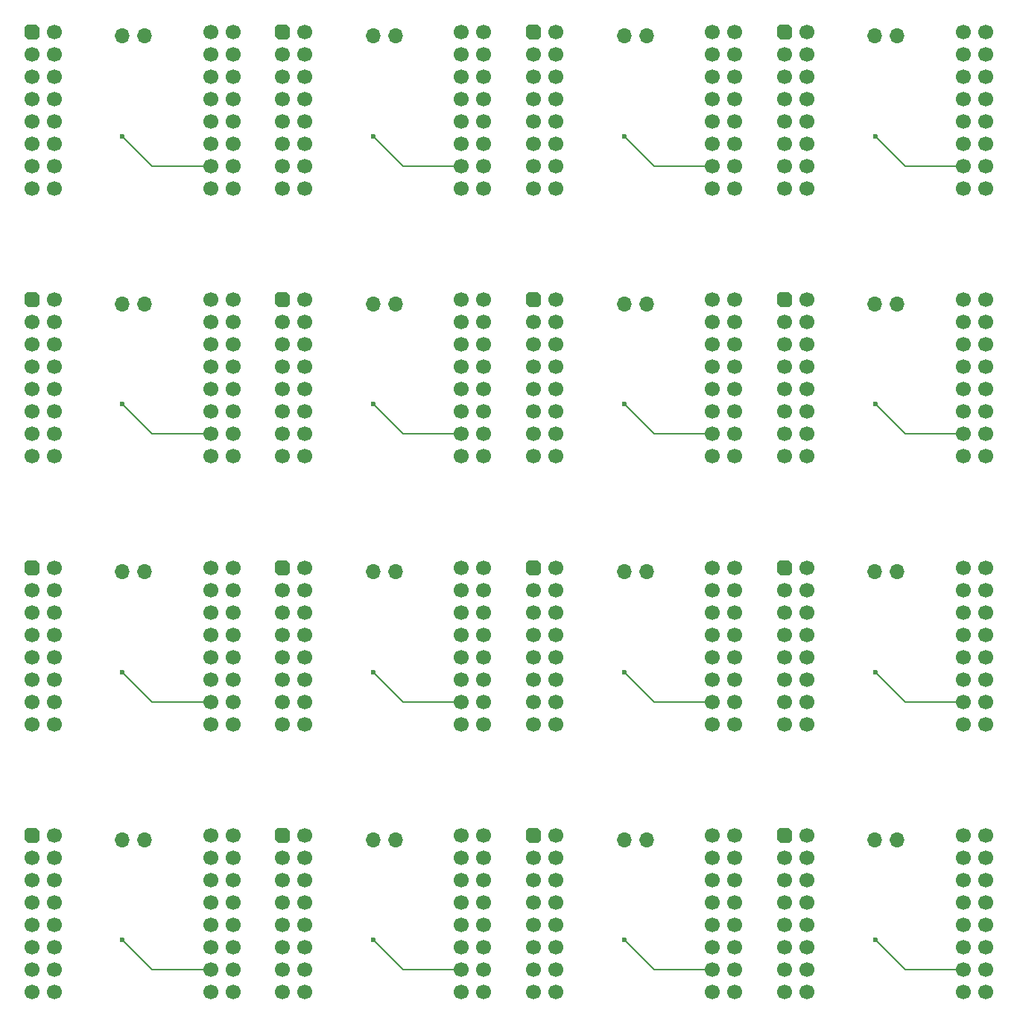
<source format=gbr>
%TF.GenerationSoftware,KiCad,Pcbnew,8.0.6*%
%TF.CreationDate,2024-10-19T01:04:28+01:00*%
%TF.ProjectId,panel,70616e65-6c2e-46b6-9963-61645f706362,rev?*%
%TF.SameCoordinates,Original*%
%TF.FileFunction,Copper,L2,Bot*%
%TF.FilePolarity,Positive*%
%FSLAX46Y46*%
G04 Gerber Fmt 4.6, Leading zero omitted, Abs format (unit mm)*
G04 Created by KiCad (PCBNEW 8.0.6) date 2024-10-19 01:04:28*
%MOMM*%
%LPD*%
G01*
G04 APERTURE LIST*
G04 Aperture macros list*
%AMFreePoly0*
4,1,19,-0.850000,0.510000,-0.510000,0.850000,0.255000,0.850000,0.408997,0.829726,0.552500,0.770285,0.675729,0.675729,0.770285,0.552500,0.829726,0.408997,0.850000,0.255000,0.850000,-0.510000,0.510000,-0.850000,-0.255000,-0.850000,-0.408997,-0.829726,-0.552500,-0.770285,-0.675729,-0.675729,-0.770285,-0.552500,-0.829726,-0.408997,-0.850000,-0.255000,-0.850000,0.510000,-0.850000,0.510000,
$1*%
G04 Aperture macros list end*
%TA.AperFunction,ComponentPad*%
%ADD10O,1.700000X1.700000*%
%TD*%
%TA.AperFunction,ComponentPad*%
%ADD11FreePoly0,0.000000*%
%TD*%
%TA.AperFunction,ComponentPad*%
%ADD12C,1.700000*%
%TD*%
%TA.AperFunction,ViaPad*%
%ADD13C,0.600000*%
%TD*%
%TA.AperFunction,Conductor*%
%ADD14C,0.200000*%
%TD*%
G04 APERTURE END LIST*
D10*
%TO.P,J1,1,Pin_1*%
%TO.N,Board_13-Net-(J1-Pin_1)*%
X135660000Y-113390000D03*
%TO.P,J1,2,Pin_2*%
%TO.N,Board_13-Net-(J1-Pin_2)*%
X133120000Y-113390000D03*
%TD*%
D11*
%TO.P,U1,1,EN*%
%TO.N,Board_12-unconnected-(U1-EN-Pad1)*%
X94330000Y-112930000D03*
D12*
%TO.P,U1,2,GPIO3*%
%TO.N,Board_12-unconnected-(U1-GPIO3-Pad2)*%
X94330000Y-115470000D03*
%TO.P,U1,3,GPIO5*%
%TO.N,Board_12-unconnected-(U1-GPIO5-Pad3)*%
X94330000Y-118010000D03*
%TO.P,U1,4,GPIO7*%
%TO.N,Board_12-unconnected-(U1-GPIO7-Pad4)*%
X94330000Y-120550000D03*
%TO.P,U1,5,GPIO9*%
%TO.N,Board_12-unconnected-(U1-GPIO9-Pad5)*%
X94330000Y-123090000D03*
%TO.P,U1,6,GPIO11*%
%TO.N,Board_12-unconnected-(U1-GPIO11-Pad6)*%
X94330000Y-125630000D03*
%TO.P,U1,7,GPIO12*%
%TO.N,Board_12-unconnected-(U1-GPIO12-Pad7)*%
X94330000Y-128170000D03*
%TO.P,U1,8,3V3*%
%TO.N,Board_12-Net-(Q1-E)*%
X94330000Y-130710000D03*
%TO.P,U1,9,VBUS*%
%TO.N,Board_12-unconnected-(U1-VBUS-Pad9)*%
X117190000Y-130710000D03*
%TO.P,U1,10,GND*%
%TO.N,Board_12-Net-(Q2-E)*%
X117190000Y-128170000D03*
%TO.P,U1,11,XTAL_32K_N*%
%TO.N,Board_12-unconnected-(U1-XTAL_32K_N-Pad11)*%
X117190000Y-125630000D03*
%TO.P,U1,12,DAC_2*%
%TO.N,Board_12-unconnected-(U1-DAC_2-Pad12)*%
X117190000Y-123090000D03*
%TO.P,U1,13,GPIO33*%
%TO.N,Board_12-Net-(U1-GPIO33)*%
X117190000Y-120550000D03*
%TO.P,U1,14,GPIO35*%
%TO.N,Board_12-Net-(U1-GPIO35)*%
X117190000Y-118010000D03*
%TO.P,U1,15,GPIO37*%
%TO.N,Board_12-Net-(U1-GPIO37)*%
X117190000Y-115470000D03*
%TO.P,U1,16,GPIO39*%
%TO.N,Board_12-Net-(U1-GPIO39)*%
X117190000Y-112930000D03*
%TO.P,U1,17,GPIO1*%
%TO.N,Board_12-unconnected-(U1-GPIO1-Pad17)*%
X96870000Y-112930000D03*
%TO.P,U1,18,GPIO2*%
%TO.N,Board_12-unconnected-(U1-GPIO2-Pad18)*%
X96870000Y-115470000D03*
%TO.P,U1,19,GPIO4*%
%TO.N,Board_12-unconnected-(U1-GPIO4-Pad19)*%
X96870000Y-118010000D03*
%TO.P,U1,20,GPIO6*%
%TO.N,Board_12-unconnected-(U1-GPIO6-Pad20)*%
X96870000Y-120550000D03*
%TO.P,U1,21,GPIO8*%
%TO.N,Board_12-unconnected-(U1-GPIO8-Pad21)*%
X96870000Y-123090000D03*
%TO.P,U1,22,GPIO10*%
%TO.N,Board_12-unconnected-(U1-GPIO10-Pad22)*%
X96870000Y-125630000D03*
%TO.P,U1,23,GPIO13*%
%TO.N,Board_12-unconnected-(U1-GPIO13-Pad23)*%
X96870000Y-128170000D03*
%TO.P,U1,24,GPIO14*%
%TO.N,Board_12-unconnected-(U1-GPIO14-Pad24)*%
X96870000Y-130710000D03*
%TO.P,U1,25,XTAL_32K_P*%
%TO.N,Board_12-unconnected-(U1-XTAL_32K_P-Pad25)*%
X114650000Y-130710000D03*
%TO.P,U1,26,GND*%
%TO.N,Board_12-Net-(Q2-E)*%
X114650000Y-128170000D03*
%TO.P,U1,27,DAC_1*%
%TO.N,Board_12-unconnected-(U1-DAC_1-Pad27)*%
X114650000Y-125630000D03*
%TO.P,U1,28,GPIO21*%
%TO.N,Board_12-unconnected-(U1-GPIO21-Pad28)*%
X114650000Y-123090000D03*
%TO.P,U1,29,GPIO34*%
%TO.N,Board_12-unconnected-(U1-GPIO34-Pad29)*%
X114650000Y-120550000D03*
%TO.P,U1,30,GPIO36*%
%TO.N,Board_12-unconnected-(U1-GPIO36-Pad30)*%
X114650000Y-118010000D03*
%TO.P,U1,31,GPIO38*%
%TO.N,Board_12-unconnected-(U1-GPIO38-Pad31)*%
X114650000Y-115470000D03*
%TO.P,U1,32,GPIO40*%
%TO.N,Board_12-unconnected-(U1-GPIO40-Pad32)*%
X114650000Y-112930000D03*
%TD*%
D10*
%TO.P,J1,1,Pin_1*%
%TO.N,Board_7-Net-(J1-Pin_1)*%
X192700000Y-52530000D03*
%TO.P,J1,2,Pin_2*%
%TO.N,Board_7-Net-(J1-Pin_2)*%
X190160000Y-52530000D03*
%TD*%
%TO.P,J1,1,Pin_1*%
%TO.N,Board_9-Net-(J1-Pin_1)*%
X135660000Y-82960000D03*
%TO.P,J1,2,Pin_2*%
%TO.N,Board_9-Net-(J1-Pin_2)*%
X133120000Y-82960000D03*
%TD*%
%TO.P,J1,1,Pin_1*%
%TO.N,Board_5-Net-(J1-Pin_1)*%
X135660000Y-52530000D03*
%TO.P,J1,2,Pin_2*%
%TO.N,Board_5-Net-(J1-Pin_2)*%
X133120000Y-52530000D03*
%TD*%
%TO.P,J1,1,Pin_1*%
%TO.N,Board_1-Net-(J1-Pin_1)*%
X135660000Y-22100000D03*
%TO.P,J1,2,Pin_2*%
%TO.N,Board_1-Net-(J1-Pin_2)*%
X133120000Y-22100000D03*
%TD*%
D11*
%TO.P,U1,1,EN*%
%TO.N,Board_9-unconnected-(U1-EN-Pad1)*%
X122850000Y-82500000D03*
D12*
%TO.P,U1,2,GPIO3*%
%TO.N,Board_9-unconnected-(U1-GPIO3-Pad2)*%
X122850000Y-85040000D03*
%TO.P,U1,3,GPIO5*%
%TO.N,Board_9-unconnected-(U1-GPIO5-Pad3)*%
X122850000Y-87580000D03*
%TO.P,U1,4,GPIO7*%
%TO.N,Board_9-unconnected-(U1-GPIO7-Pad4)*%
X122850000Y-90120000D03*
%TO.P,U1,5,GPIO9*%
%TO.N,Board_9-unconnected-(U1-GPIO9-Pad5)*%
X122850000Y-92660000D03*
%TO.P,U1,6,GPIO11*%
%TO.N,Board_9-unconnected-(U1-GPIO11-Pad6)*%
X122850000Y-95200000D03*
%TO.P,U1,7,GPIO12*%
%TO.N,Board_9-unconnected-(U1-GPIO12-Pad7)*%
X122850000Y-97740000D03*
%TO.P,U1,8,3V3*%
%TO.N,Board_9-Net-(Q1-E)*%
X122850000Y-100280000D03*
%TO.P,U1,9,VBUS*%
%TO.N,Board_9-unconnected-(U1-VBUS-Pad9)*%
X145710000Y-100280000D03*
%TO.P,U1,10,GND*%
%TO.N,Board_9-Net-(Q2-E)*%
X145710000Y-97740000D03*
%TO.P,U1,11,XTAL_32K_N*%
%TO.N,Board_9-unconnected-(U1-XTAL_32K_N-Pad11)*%
X145710000Y-95200000D03*
%TO.P,U1,12,DAC_2*%
%TO.N,Board_9-unconnected-(U1-DAC_2-Pad12)*%
X145710000Y-92660000D03*
%TO.P,U1,13,GPIO33*%
%TO.N,Board_9-Net-(U1-GPIO33)*%
X145710000Y-90120000D03*
%TO.P,U1,14,GPIO35*%
%TO.N,Board_9-Net-(U1-GPIO35)*%
X145710000Y-87580000D03*
%TO.P,U1,15,GPIO37*%
%TO.N,Board_9-Net-(U1-GPIO37)*%
X145710000Y-85040000D03*
%TO.P,U1,16,GPIO39*%
%TO.N,Board_9-Net-(U1-GPIO39)*%
X145710000Y-82500000D03*
%TO.P,U1,17,GPIO1*%
%TO.N,Board_9-unconnected-(U1-GPIO1-Pad17)*%
X125390000Y-82500000D03*
%TO.P,U1,18,GPIO2*%
%TO.N,Board_9-unconnected-(U1-GPIO2-Pad18)*%
X125390000Y-85040000D03*
%TO.P,U1,19,GPIO4*%
%TO.N,Board_9-unconnected-(U1-GPIO4-Pad19)*%
X125390000Y-87580000D03*
%TO.P,U1,20,GPIO6*%
%TO.N,Board_9-unconnected-(U1-GPIO6-Pad20)*%
X125390000Y-90120000D03*
%TO.P,U1,21,GPIO8*%
%TO.N,Board_9-unconnected-(U1-GPIO8-Pad21)*%
X125390000Y-92660000D03*
%TO.P,U1,22,GPIO10*%
%TO.N,Board_9-unconnected-(U1-GPIO10-Pad22)*%
X125390000Y-95200000D03*
%TO.P,U1,23,GPIO13*%
%TO.N,Board_9-unconnected-(U1-GPIO13-Pad23)*%
X125390000Y-97740000D03*
%TO.P,U1,24,GPIO14*%
%TO.N,Board_9-unconnected-(U1-GPIO14-Pad24)*%
X125390000Y-100280000D03*
%TO.P,U1,25,XTAL_32K_P*%
%TO.N,Board_9-unconnected-(U1-XTAL_32K_P-Pad25)*%
X143170000Y-100280000D03*
%TO.P,U1,26,GND*%
%TO.N,Board_9-Net-(Q2-E)*%
X143170000Y-97740000D03*
%TO.P,U1,27,DAC_1*%
%TO.N,Board_9-unconnected-(U1-DAC_1-Pad27)*%
X143170000Y-95200000D03*
%TO.P,U1,28,GPIO21*%
%TO.N,Board_9-unconnected-(U1-GPIO21-Pad28)*%
X143170000Y-92660000D03*
%TO.P,U1,29,GPIO34*%
%TO.N,Board_9-unconnected-(U1-GPIO34-Pad29)*%
X143170000Y-90120000D03*
%TO.P,U1,30,GPIO36*%
%TO.N,Board_9-unconnected-(U1-GPIO36-Pad30)*%
X143170000Y-87580000D03*
%TO.P,U1,31,GPIO38*%
%TO.N,Board_9-unconnected-(U1-GPIO38-Pad31)*%
X143170000Y-85040000D03*
%TO.P,U1,32,GPIO40*%
%TO.N,Board_9-unconnected-(U1-GPIO40-Pad32)*%
X143170000Y-82500000D03*
%TD*%
D11*
%TO.P,U1,1,EN*%
%TO.N,Board_5-unconnected-(U1-EN-Pad1)*%
X122850000Y-52070000D03*
D12*
%TO.P,U1,2,GPIO3*%
%TO.N,Board_5-unconnected-(U1-GPIO3-Pad2)*%
X122850000Y-54610000D03*
%TO.P,U1,3,GPIO5*%
%TO.N,Board_5-unconnected-(U1-GPIO5-Pad3)*%
X122850000Y-57150000D03*
%TO.P,U1,4,GPIO7*%
%TO.N,Board_5-unconnected-(U1-GPIO7-Pad4)*%
X122850000Y-59690000D03*
%TO.P,U1,5,GPIO9*%
%TO.N,Board_5-unconnected-(U1-GPIO9-Pad5)*%
X122850000Y-62230000D03*
%TO.P,U1,6,GPIO11*%
%TO.N,Board_5-unconnected-(U1-GPIO11-Pad6)*%
X122850000Y-64770000D03*
%TO.P,U1,7,GPIO12*%
%TO.N,Board_5-unconnected-(U1-GPIO12-Pad7)*%
X122850000Y-67310000D03*
%TO.P,U1,8,3V3*%
%TO.N,Board_5-Net-(Q1-E)*%
X122850000Y-69850000D03*
%TO.P,U1,9,VBUS*%
%TO.N,Board_5-unconnected-(U1-VBUS-Pad9)*%
X145710000Y-69850000D03*
%TO.P,U1,10,GND*%
%TO.N,Board_5-Net-(Q2-E)*%
X145710000Y-67310000D03*
%TO.P,U1,11,XTAL_32K_N*%
%TO.N,Board_5-unconnected-(U1-XTAL_32K_N-Pad11)*%
X145710000Y-64770000D03*
%TO.P,U1,12,DAC_2*%
%TO.N,Board_5-unconnected-(U1-DAC_2-Pad12)*%
X145710000Y-62230000D03*
%TO.P,U1,13,GPIO33*%
%TO.N,Board_5-Net-(U1-GPIO33)*%
X145710000Y-59690000D03*
%TO.P,U1,14,GPIO35*%
%TO.N,Board_5-Net-(U1-GPIO35)*%
X145710000Y-57150000D03*
%TO.P,U1,15,GPIO37*%
%TO.N,Board_5-Net-(U1-GPIO37)*%
X145710000Y-54610000D03*
%TO.P,U1,16,GPIO39*%
%TO.N,Board_5-Net-(U1-GPIO39)*%
X145710000Y-52070000D03*
%TO.P,U1,17,GPIO1*%
%TO.N,Board_5-unconnected-(U1-GPIO1-Pad17)*%
X125390000Y-52070000D03*
%TO.P,U1,18,GPIO2*%
%TO.N,Board_5-unconnected-(U1-GPIO2-Pad18)*%
X125390000Y-54610000D03*
%TO.P,U1,19,GPIO4*%
%TO.N,Board_5-unconnected-(U1-GPIO4-Pad19)*%
X125390000Y-57150000D03*
%TO.P,U1,20,GPIO6*%
%TO.N,Board_5-unconnected-(U1-GPIO6-Pad20)*%
X125390000Y-59690000D03*
%TO.P,U1,21,GPIO8*%
%TO.N,Board_5-unconnected-(U1-GPIO8-Pad21)*%
X125390000Y-62230000D03*
%TO.P,U1,22,GPIO10*%
%TO.N,Board_5-unconnected-(U1-GPIO10-Pad22)*%
X125390000Y-64770000D03*
%TO.P,U1,23,GPIO13*%
%TO.N,Board_5-unconnected-(U1-GPIO13-Pad23)*%
X125390000Y-67310000D03*
%TO.P,U1,24,GPIO14*%
%TO.N,Board_5-unconnected-(U1-GPIO14-Pad24)*%
X125390000Y-69850000D03*
%TO.P,U1,25,XTAL_32K_P*%
%TO.N,Board_5-unconnected-(U1-XTAL_32K_P-Pad25)*%
X143170000Y-69850000D03*
%TO.P,U1,26,GND*%
%TO.N,Board_5-Net-(Q2-E)*%
X143170000Y-67310000D03*
%TO.P,U1,27,DAC_1*%
%TO.N,Board_5-unconnected-(U1-DAC_1-Pad27)*%
X143170000Y-64770000D03*
%TO.P,U1,28,GPIO21*%
%TO.N,Board_5-unconnected-(U1-GPIO21-Pad28)*%
X143170000Y-62230000D03*
%TO.P,U1,29,GPIO34*%
%TO.N,Board_5-unconnected-(U1-GPIO34-Pad29)*%
X143170000Y-59690000D03*
%TO.P,U1,30,GPIO36*%
%TO.N,Board_5-unconnected-(U1-GPIO36-Pad30)*%
X143170000Y-57150000D03*
%TO.P,U1,31,GPIO38*%
%TO.N,Board_5-unconnected-(U1-GPIO38-Pad31)*%
X143170000Y-54610000D03*
%TO.P,U1,32,GPIO40*%
%TO.N,Board_5-unconnected-(U1-GPIO40-Pad32)*%
X143170000Y-52070000D03*
%TD*%
D11*
%TO.P,U1,1,EN*%
%TO.N,Board_13-unconnected-(U1-EN-Pad1)*%
X122850000Y-112930000D03*
D12*
%TO.P,U1,2,GPIO3*%
%TO.N,Board_13-unconnected-(U1-GPIO3-Pad2)*%
X122850000Y-115470000D03*
%TO.P,U1,3,GPIO5*%
%TO.N,Board_13-unconnected-(U1-GPIO5-Pad3)*%
X122850000Y-118010000D03*
%TO.P,U1,4,GPIO7*%
%TO.N,Board_13-unconnected-(U1-GPIO7-Pad4)*%
X122850000Y-120550000D03*
%TO.P,U1,5,GPIO9*%
%TO.N,Board_13-unconnected-(U1-GPIO9-Pad5)*%
X122850000Y-123090000D03*
%TO.P,U1,6,GPIO11*%
%TO.N,Board_13-unconnected-(U1-GPIO11-Pad6)*%
X122850000Y-125630000D03*
%TO.P,U1,7,GPIO12*%
%TO.N,Board_13-unconnected-(U1-GPIO12-Pad7)*%
X122850000Y-128170000D03*
%TO.P,U1,8,3V3*%
%TO.N,Board_13-Net-(Q1-E)*%
X122850000Y-130710000D03*
%TO.P,U1,9,VBUS*%
%TO.N,Board_13-unconnected-(U1-VBUS-Pad9)*%
X145710000Y-130710000D03*
%TO.P,U1,10,GND*%
%TO.N,Board_13-Net-(Q2-E)*%
X145710000Y-128170000D03*
%TO.P,U1,11,XTAL_32K_N*%
%TO.N,Board_13-unconnected-(U1-XTAL_32K_N-Pad11)*%
X145710000Y-125630000D03*
%TO.P,U1,12,DAC_2*%
%TO.N,Board_13-unconnected-(U1-DAC_2-Pad12)*%
X145710000Y-123090000D03*
%TO.P,U1,13,GPIO33*%
%TO.N,Board_13-Net-(U1-GPIO33)*%
X145710000Y-120550000D03*
%TO.P,U1,14,GPIO35*%
%TO.N,Board_13-Net-(U1-GPIO35)*%
X145710000Y-118010000D03*
%TO.P,U1,15,GPIO37*%
%TO.N,Board_13-Net-(U1-GPIO37)*%
X145710000Y-115470000D03*
%TO.P,U1,16,GPIO39*%
%TO.N,Board_13-Net-(U1-GPIO39)*%
X145710000Y-112930000D03*
%TO.P,U1,17,GPIO1*%
%TO.N,Board_13-unconnected-(U1-GPIO1-Pad17)*%
X125390000Y-112930000D03*
%TO.P,U1,18,GPIO2*%
%TO.N,Board_13-unconnected-(U1-GPIO2-Pad18)*%
X125390000Y-115470000D03*
%TO.P,U1,19,GPIO4*%
%TO.N,Board_13-unconnected-(U1-GPIO4-Pad19)*%
X125390000Y-118010000D03*
%TO.P,U1,20,GPIO6*%
%TO.N,Board_13-unconnected-(U1-GPIO6-Pad20)*%
X125390000Y-120550000D03*
%TO.P,U1,21,GPIO8*%
%TO.N,Board_13-unconnected-(U1-GPIO8-Pad21)*%
X125390000Y-123090000D03*
%TO.P,U1,22,GPIO10*%
%TO.N,Board_13-unconnected-(U1-GPIO10-Pad22)*%
X125390000Y-125630000D03*
%TO.P,U1,23,GPIO13*%
%TO.N,Board_13-unconnected-(U1-GPIO13-Pad23)*%
X125390000Y-128170000D03*
%TO.P,U1,24,GPIO14*%
%TO.N,Board_13-unconnected-(U1-GPIO14-Pad24)*%
X125390000Y-130710000D03*
%TO.P,U1,25,XTAL_32K_P*%
%TO.N,Board_13-unconnected-(U1-XTAL_32K_P-Pad25)*%
X143170000Y-130710000D03*
%TO.P,U1,26,GND*%
%TO.N,Board_13-Net-(Q2-E)*%
X143170000Y-128170000D03*
%TO.P,U1,27,DAC_1*%
%TO.N,Board_13-unconnected-(U1-DAC_1-Pad27)*%
X143170000Y-125630000D03*
%TO.P,U1,28,GPIO21*%
%TO.N,Board_13-unconnected-(U1-GPIO21-Pad28)*%
X143170000Y-123090000D03*
%TO.P,U1,29,GPIO34*%
%TO.N,Board_13-unconnected-(U1-GPIO34-Pad29)*%
X143170000Y-120550000D03*
%TO.P,U1,30,GPIO36*%
%TO.N,Board_13-unconnected-(U1-GPIO36-Pad30)*%
X143170000Y-118010000D03*
%TO.P,U1,31,GPIO38*%
%TO.N,Board_13-unconnected-(U1-GPIO38-Pad31)*%
X143170000Y-115470000D03*
%TO.P,U1,32,GPIO40*%
%TO.N,Board_13-unconnected-(U1-GPIO40-Pad32)*%
X143170000Y-112930000D03*
%TD*%
D10*
%TO.P,J1,1,Pin_1*%
%TO.N,Board_14-Net-(J1-Pin_1)*%
X164180000Y-113390000D03*
%TO.P,J1,2,Pin_2*%
%TO.N,Board_14-Net-(J1-Pin_2)*%
X161640000Y-113390000D03*
%TD*%
%TO.P,J1,1,Pin_1*%
%TO.N,Board_11-Net-(J1-Pin_1)*%
X192700000Y-82960000D03*
%TO.P,J1,2,Pin_2*%
%TO.N,Board_11-Net-(J1-Pin_2)*%
X190160000Y-82960000D03*
%TD*%
D11*
%TO.P,U1,1,EN*%
%TO.N,Board_4-unconnected-(U1-EN-Pad1)*%
X94330000Y-52070000D03*
D12*
%TO.P,U1,2,GPIO3*%
%TO.N,Board_4-unconnected-(U1-GPIO3-Pad2)*%
X94330000Y-54610000D03*
%TO.P,U1,3,GPIO5*%
%TO.N,Board_4-unconnected-(U1-GPIO5-Pad3)*%
X94330000Y-57150000D03*
%TO.P,U1,4,GPIO7*%
%TO.N,Board_4-unconnected-(U1-GPIO7-Pad4)*%
X94330000Y-59690000D03*
%TO.P,U1,5,GPIO9*%
%TO.N,Board_4-unconnected-(U1-GPIO9-Pad5)*%
X94330000Y-62230000D03*
%TO.P,U1,6,GPIO11*%
%TO.N,Board_4-unconnected-(U1-GPIO11-Pad6)*%
X94330000Y-64770000D03*
%TO.P,U1,7,GPIO12*%
%TO.N,Board_4-unconnected-(U1-GPIO12-Pad7)*%
X94330000Y-67310000D03*
%TO.P,U1,8,3V3*%
%TO.N,Board_4-Net-(Q1-E)*%
X94330000Y-69850000D03*
%TO.P,U1,9,VBUS*%
%TO.N,Board_4-unconnected-(U1-VBUS-Pad9)*%
X117190000Y-69850000D03*
%TO.P,U1,10,GND*%
%TO.N,Board_4-Net-(Q2-E)*%
X117190000Y-67310000D03*
%TO.P,U1,11,XTAL_32K_N*%
%TO.N,Board_4-unconnected-(U1-XTAL_32K_N-Pad11)*%
X117190000Y-64770000D03*
%TO.P,U1,12,DAC_2*%
%TO.N,Board_4-unconnected-(U1-DAC_2-Pad12)*%
X117190000Y-62230000D03*
%TO.P,U1,13,GPIO33*%
%TO.N,Board_4-Net-(U1-GPIO33)*%
X117190000Y-59690000D03*
%TO.P,U1,14,GPIO35*%
%TO.N,Board_4-Net-(U1-GPIO35)*%
X117190000Y-57150000D03*
%TO.P,U1,15,GPIO37*%
%TO.N,Board_4-Net-(U1-GPIO37)*%
X117190000Y-54610000D03*
%TO.P,U1,16,GPIO39*%
%TO.N,Board_4-Net-(U1-GPIO39)*%
X117190000Y-52070000D03*
%TO.P,U1,17,GPIO1*%
%TO.N,Board_4-unconnected-(U1-GPIO1-Pad17)*%
X96870000Y-52070000D03*
%TO.P,U1,18,GPIO2*%
%TO.N,Board_4-unconnected-(U1-GPIO2-Pad18)*%
X96870000Y-54610000D03*
%TO.P,U1,19,GPIO4*%
%TO.N,Board_4-unconnected-(U1-GPIO4-Pad19)*%
X96870000Y-57150000D03*
%TO.P,U1,20,GPIO6*%
%TO.N,Board_4-unconnected-(U1-GPIO6-Pad20)*%
X96870000Y-59690000D03*
%TO.P,U1,21,GPIO8*%
%TO.N,Board_4-unconnected-(U1-GPIO8-Pad21)*%
X96870000Y-62230000D03*
%TO.P,U1,22,GPIO10*%
%TO.N,Board_4-unconnected-(U1-GPIO10-Pad22)*%
X96870000Y-64770000D03*
%TO.P,U1,23,GPIO13*%
%TO.N,Board_4-unconnected-(U1-GPIO13-Pad23)*%
X96870000Y-67310000D03*
%TO.P,U1,24,GPIO14*%
%TO.N,Board_4-unconnected-(U1-GPIO14-Pad24)*%
X96870000Y-69850000D03*
%TO.P,U1,25,XTAL_32K_P*%
%TO.N,Board_4-unconnected-(U1-XTAL_32K_P-Pad25)*%
X114650000Y-69850000D03*
%TO.P,U1,26,GND*%
%TO.N,Board_4-Net-(Q2-E)*%
X114650000Y-67310000D03*
%TO.P,U1,27,DAC_1*%
%TO.N,Board_4-unconnected-(U1-DAC_1-Pad27)*%
X114650000Y-64770000D03*
%TO.P,U1,28,GPIO21*%
%TO.N,Board_4-unconnected-(U1-GPIO21-Pad28)*%
X114650000Y-62230000D03*
%TO.P,U1,29,GPIO34*%
%TO.N,Board_4-unconnected-(U1-GPIO34-Pad29)*%
X114650000Y-59690000D03*
%TO.P,U1,30,GPIO36*%
%TO.N,Board_4-unconnected-(U1-GPIO36-Pad30)*%
X114650000Y-57150000D03*
%TO.P,U1,31,GPIO38*%
%TO.N,Board_4-unconnected-(U1-GPIO38-Pad31)*%
X114650000Y-54610000D03*
%TO.P,U1,32,GPIO40*%
%TO.N,Board_4-unconnected-(U1-GPIO40-Pad32)*%
X114650000Y-52070000D03*
%TD*%
D10*
%TO.P,J1,1,Pin_1*%
%TO.N,Board_0-Net-(J1-Pin_1)*%
X107140000Y-22100000D03*
%TO.P,J1,2,Pin_2*%
%TO.N,Board_0-Net-(J1-Pin_2)*%
X104600000Y-22100000D03*
%TD*%
D11*
%TO.P,U1,1,EN*%
%TO.N,Board_3-unconnected-(U1-EN-Pad1)*%
X179890000Y-21640000D03*
D12*
%TO.P,U1,2,GPIO3*%
%TO.N,Board_3-unconnected-(U1-GPIO3-Pad2)*%
X179890000Y-24180000D03*
%TO.P,U1,3,GPIO5*%
%TO.N,Board_3-unconnected-(U1-GPIO5-Pad3)*%
X179890000Y-26720000D03*
%TO.P,U1,4,GPIO7*%
%TO.N,Board_3-unconnected-(U1-GPIO7-Pad4)*%
X179890000Y-29260000D03*
%TO.P,U1,5,GPIO9*%
%TO.N,Board_3-unconnected-(U1-GPIO9-Pad5)*%
X179890000Y-31800000D03*
%TO.P,U1,6,GPIO11*%
%TO.N,Board_3-unconnected-(U1-GPIO11-Pad6)*%
X179890000Y-34340000D03*
%TO.P,U1,7,GPIO12*%
%TO.N,Board_3-unconnected-(U1-GPIO12-Pad7)*%
X179890000Y-36880000D03*
%TO.P,U1,8,3V3*%
%TO.N,Board_3-Net-(Q1-E)*%
X179890000Y-39420000D03*
%TO.P,U1,9,VBUS*%
%TO.N,Board_3-unconnected-(U1-VBUS-Pad9)*%
X202750000Y-39420000D03*
%TO.P,U1,10,GND*%
%TO.N,Board_3-Net-(Q2-E)*%
X202750000Y-36880000D03*
%TO.P,U1,11,XTAL_32K_N*%
%TO.N,Board_3-unconnected-(U1-XTAL_32K_N-Pad11)*%
X202750000Y-34340000D03*
%TO.P,U1,12,DAC_2*%
%TO.N,Board_3-unconnected-(U1-DAC_2-Pad12)*%
X202750000Y-31800000D03*
%TO.P,U1,13,GPIO33*%
%TO.N,Board_3-Net-(U1-GPIO33)*%
X202750000Y-29260000D03*
%TO.P,U1,14,GPIO35*%
%TO.N,Board_3-Net-(U1-GPIO35)*%
X202750000Y-26720000D03*
%TO.P,U1,15,GPIO37*%
%TO.N,Board_3-Net-(U1-GPIO37)*%
X202750000Y-24180000D03*
%TO.P,U1,16,GPIO39*%
%TO.N,Board_3-Net-(U1-GPIO39)*%
X202750000Y-21640000D03*
%TO.P,U1,17,GPIO1*%
%TO.N,Board_3-unconnected-(U1-GPIO1-Pad17)*%
X182430000Y-21640000D03*
%TO.P,U1,18,GPIO2*%
%TO.N,Board_3-unconnected-(U1-GPIO2-Pad18)*%
X182430000Y-24180000D03*
%TO.P,U1,19,GPIO4*%
%TO.N,Board_3-unconnected-(U1-GPIO4-Pad19)*%
X182430000Y-26720000D03*
%TO.P,U1,20,GPIO6*%
%TO.N,Board_3-unconnected-(U1-GPIO6-Pad20)*%
X182430000Y-29260000D03*
%TO.P,U1,21,GPIO8*%
%TO.N,Board_3-unconnected-(U1-GPIO8-Pad21)*%
X182430000Y-31800000D03*
%TO.P,U1,22,GPIO10*%
%TO.N,Board_3-unconnected-(U1-GPIO10-Pad22)*%
X182430000Y-34340000D03*
%TO.P,U1,23,GPIO13*%
%TO.N,Board_3-unconnected-(U1-GPIO13-Pad23)*%
X182430000Y-36880000D03*
%TO.P,U1,24,GPIO14*%
%TO.N,Board_3-unconnected-(U1-GPIO14-Pad24)*%
X182430000Y-39420000D03*
%TO.P,U1,25,XTAL_32K_P*%
%TO.N,Board_3-unconnected-(U1-XTAL_32K_P-Pad25)*%
X200210000Y-39420000D03*
%TO.P,U1,26,GND*%
%TO.N,Board_3-Net-(Q2-E)*%
X200210000Y-36880000D03*
%TO.P,U1,27,DAC_1*%
%TO.N,Board_3-unconnected-(U1-DAC_1-Pad27)*%
X200210000Y-34340000D03*
%TO.P,U1,28,GPIO21*%
%TO.N,Board_3-unconnected-(U1-GPIO21-Pad28)*%
X200210000Y-31800000D03*
%TO.P,U1,29,GPIO34*%
%TO.N,Board_3-unconnected-(U1-GPIO34-Pad29)*%
X200210000Y-29260000D03*
%TO.P,U1,30,GPIO36*%
%TO.N,Board_3-unconnected-(U1-GPIO36-Pad30)*%
X200210000Y-26720000D03*
%TO.P,U1,31,GPIO38*%
%TO.N,Board_3-unconnected-(U1-GPIO38-Pad31)*%
X200210000Y-24180000D03*
%TO.P,U1,32,GPIO40*%
%TO.N,Board_3-unconnected-(U1-GPIO40-Pad32)*%
X200210000Y-21640000D03*
%TD*%
D11*
%TO.P,U1,1,EN*%
%TO.N,Board_10-unconnected-(U1-EN-Pad1)*%
X151370000Y-82500000D03*
D12*
%TO.P,U1,2,GPIO3*%
%TO.N,Board_10-unconnected-(U1-GPIO3-Pad2)*%
X151370000Y-85040000D03*
%TO.P,U1,3,GPIO5*%
%TO.N,Board_10-unconnected-(U1-GPIO5-Pad3)*%
X151370000Y-87580000D03*
%TO.P,U1,4,GPIO7*%
%TO.N,Board_10-unconnected-(U1-GPIO7-Pad4)*%
X151370000Y-90120000D03*
%TO.P,U1,5,GPIO9*%
%TO.N,Board_10-unconnected-(U1-GPIO9-Pad5)*%
X151370000Y-92660000D03*
%TO.P,U1,6,GPIO11*%
%TO.N,Board_10-unconnected-(U1-GPIO11-Pad6)*%
X151370000Y-95200000D03*
%TO.P,U1,7,GPIO12*%
%TO.N,Board_10-unconnected-(U1-GPIO12-Pad7)*%
X151370000Y-97740000D03*
%TO.P,U1,8,3V3*%
%TO.N,Board_10-Net-(Q1-E)*%
X151370000Y-100280000D03*
%TO.P,U1,9,VBUS*%
%TO.N,Board_10-unconnected-(U1-VBUS-Pad9)*%
X174230000Y-100280000D03*
%TO.P,U1,10,GND*%
%TO.N,Board_10-Net-(Q2-E)*%
X174230000Y-97740000D03*
%TO.P,U1,11,XTAL_32K_N*%
%TO.N,Board_10-unconnected-(U1-XTAL_32K_N-Pad11)*%
X174230000Y-95200000D03*
%TO.P,U1,12,DAC_2*%
%TO.N,Board_10-unconnected-(U1-DAC_2-Pad12)*%
X174230000Y-92660000D03*
%TO.P,U1,13,GPIO33*%
%TO.N,Board_10-Net-(U1-GPIO33)*%
X174230000Y-90120000D03*
%TO.P,U1,14,GPIO35*%
%TO.N,Board_10-Net-(U1-GPIO35)*%
X174230000Y-87580000D03*
%TO.P,U1,15,GPIO37*%
%TO.N,Board_10-Net-(U1-GPIO37)*%
X174230000Y-85040000D03*
%TO.P,U1,16,GPIO39*%
%TO.N,Board_10-Net-(U1-GPIO39)*%
X174230000Y-82500000D03*
%TO.P,U1,17,GPIO1*%
%TO.N,Board_10-unconnected-(U1-GPIO1-Pad17)*%
X153910000Y-82500000D03*
%TO.P,U1,18,GPIO2*%
%TO.N,Board_10-unconnected-(U1-GPIO2-Pad18)*%
X153910000Y-85040000D03*
%TO.P,U1,19,GPIO4*%
%TO.N,Board_10-unconnected-(U1-GPIO4-Pad19)*%
X153910000Y-87580000D03*
%TO.P,U1,20,GPIO6*%
%TO.N,Board_10-unconnected-(U1-GPIO6-Pad20)*%
X153910000Y-90120000D03*
%TO.P,U1,21,GPIO8*%
%TO.N,Board_10-unconnected-(U1-GPIO8-Pad21)*%
X153910000Y-92660000D03*
%TO.P,U1,22,GPIO10*%
%TO.N,Board_10-unconnected-(U1-GPIO10-Pad22)*%
X153910000Y-95200000D03*
%TO.P,U1,23,GPIO13*%
%TO.N,Board_10-unconnected-(U1-GPIO13-Pad23)*%
X153910000Y-97740000D03*
%TO.P,U1,24,GPIO14*%
%TO.N,Board_10-unconnected-(U1-GPIO14-Pad24)*%
X153910000Y-100280000D03*
%TO.P,U1,25,XTAL_32K_P*%
%TO.N,Board_10-unconnected-(U1-XTAL_32K_P-Pad25)*%
X171690000Y-100280000D03*
%TO.P,U1,26,GND*%
%TO.N,Board_10-Net-(Q2-E)*%
X171690000Y-97740000D03*
%TO.P,U1,27,DAC_1*%
%TO.N,Board_10-unconnected-(U1-DAC_1-Pad27)*%
X171690000Y-95200000D03*
%TO.P,U1,28,GPIO21*%
%TO.N,Board_10-unconnected-(U1-GPIO21-Pad28)*%
X171690000Y-92660000D03*
%TO.P,U1,29,GPIO34*%
%TO.N,Board_10-unconnected-(U1-GPIO34-Pad29)*%
X171690000Y-90120000D03*
%TO.P,U1,30,GPIO36*%
%TO.N,Board_10-unconnected-(U1-GPIO36-Pad30)*%
X171690000Y-87580000D03*
%TO.P,U1,31,GPIO38*%
%TO.N,Board_10-unconnected-(U1-GPIO38-Pad31)*%
X171690000Y-85040000D03*
%TO.P,U1,32,GPIO40*%
%TO.N,Board_10-unconnected-(U1-GPIO40-Pad32)*%
X171690000Y-82500000D03*
%TD*%
D11*
%TO.P,U1,1,EN*%
%TO.N,Board_2-unconnected-(U1-EN-Pad1)*%
X151370000Y-21640000D03*
D12*
%TO.P,U1,2,GPIO3*%
%TO.N,Board_2-unconnected-(U1-GPIO3-Pad2)*%
X151370000Y-24180000D03*
%TO.P,U1,3,GPIO5*%
%TO.N,Board_2-unconnected-(U1-GPIO5-Pad3)*%
X151370000Y-26720000D03*
%TO.P,U1,4,GPIO7*%
%TO.N,Board_2-unconnected-(U1-GPIO7-Pad4)*%
X151370000Y-29260000D03*
%TO.P,U1,5,GPIO9*%
%TO.N,Board_2-unconnected-(U1-GPIO9-Pad5)*%
X151370000Y-31800000D03*
%TO.P,U1,6,GPIO11*%
%TO.N,Board_2-unconnected-(U1-GPIO11-Pad6)*%
X151370000Y-34340000D03*
%TO.P,U1,7,GPIO12*%
%TO.N,Board_2-unconnected-(U1-GPIO12-Pad7)*%
X151370000Y-36880000D03*
%TO.P,U1,8,3V3*%
%TO.N,Board_2-Net-(Q1-E)*%
X151370000Y-39420000D03*
%TO.P,U1,9,VBUS*%
%TO.N,Board_2-unconnected-(U1-VBUS-Pad9)*%
X174230000Y-39420000D03*
%TO.P,U1,10,GND*%
%TO.N,Board_2-Net-(Q2-E)*%
X174230000Y-36880000D03*
%TO.P,U1,11,XTAL_32K_N*%
%TO.N,Board_2-unconnected-(U1-XTAL_32K_N-Pad11)*%
X174230000Y-34340000D03*
%TO.P,U1,12,DAC_2*%
%TO.N,Board_2-unconnected-(U1-DAC_2-Pad12)*%
X174230000Y-31800000D03*
%TO.P,U1,13,GPIO33*%
%TO.N,Board_2-Net-(U1-GPIO33)*%
X174230000Y-29260000D03*
%TO.P,U1,14,GPIO35*%
%TO.N,Board_2-Net-(U1-GPIO35)*%
X174230000Y-26720000D03*
%TO.P,U1,15,GPIO37*%
%TO.N,Board_2-Net-(U1-GPIO37)*%
X174230000Y-24180000D03*
%TO.P,U1,16,GPIO39*%
%TO.N,Board_2-Net-(U1-GPIO39)*%
X174230000Y-21640000D03*
%TO.P,U1,17,GPIO1*%
%TO.N,Board_2-unconnected-(U1-GPIO1-Pad17)*%
X153910000Y-21640000D03*
%TO.P,U1,18,GPIO2*%
%TO.N,Board_2-unconnected-(U1-GPIO2-Pad18)*%
X153910000Y-24180000D03*
%TO.P,U1,19,GPIO4*%
%TO.N,Board_2-unconnected-(U1-GPIO4-Pad19)*%
X153910000Y-26720000D03*
%TO.P,U1,20,GPIO6*%
%TO.N,Board_2-unconnected-(U1-GPIO6-Pad20)*%
X153910000Y-29260000D03*
%TO.P,U1,21,GPIO8*%
%TO.N,Board_2-unconnected-(U1-GPIO8-Pad21)*%
X153910000Y-31800000D03*
%TO.P,U1,22,GPIO10*%
%TO.N,Board_2-unconnected-(U1-GPIO10-Pad22)*%
X153910000Y-34340000D03*
%TO.P,U1,23,GPIO13*%
%TO.N,Board_2-unconnected-(U1-GPIO13-Pad23)*%
X153910000Y-36880000D03*
%TO.P,U1,24,GPIO14*%
%TO.N,Board_2-unconnected-(U1-GPIO14-Pad24)*%
X153910000Y-39420000D03*
%TO.P,U1,25,XTAL_32K_P*%
%TO.N,Board_2-unconnected-(U1-XTAL_32K_P-Pad25)*%
X171690000Y-39420000D03*
%TO.P,U1,26,GND*%
%TO.N,Board_2-Net-(Q2-E)*%
X171690000Y-36880000D03*
%TO.P,U1,27,DAC_1*%
%TO.N,Board_2-unconnected-(U1-DAC_1-Pad27)*%
X171690000Y-34340000D03*
%TO.P,U1,28,GPIO21*%
%TO.N,Board_2-unconnected-(U1-GPIO21-Pad28)*%
X171690000Y-31800000D03*
%TO.P,U1,29,GPIO34*%
%TO.N,Board_2-unconnected-(U1-GPIO34-Pad29)*%
X171690000Y-29260000D03*
%TO.P,U1,30,GPIO36*%
%TO.N,Board_2-unconnected-(U1-GPIO36-Pad30)*%
X171690000Y-26720000D03*
%TO.P,U1,31,GPIO38*%
%TO.N,Board_2-unconnected-(U1-GPIO38-Pad31)*%
X171690000Y-24180000D03*
%TO.P,U1,32,GPIO40*%
%TO.N,Board_2-unconnected-(U1-GPIO40-Pad32)*%
X171690000Y-21640000D03*
%TD*%
D11*
%TO.P,U1,1,EN*%
%TO.N,Board_6-unconnected-(U1-EN-Pad1)*%
X151370000Y-52070000D03*
D12*
%TO.P,U1,2,GPIO3*%
%TO.N,Board_6-unconnected-(U1-GPIO3-Pad2)*%
X151370000Y-54610000D03*
%TO.P,U1,3,GPIO5*%
%TO.N,Board_6-unconnected-(U1-GPIO5-Pad3)*%
X151370000Y-57150000D03*
%TO.P,U1,4,GPIO7*%
%TO.N,Board_6-unconnected-(U1-GPIO7-Pad4)*%
X151370000Y-59690000D03*
%TO.P,U1,5,GPIO9*%
%TO.N,Board_6-unconnected-(U1-GPIO9-Pad5)*%
X151370000Y-62230000D03*
%TO.P,U1,6,GPIO11*%
%TO.N,Board_6-unconnected-(U1-GPIO11-Pad6)*%
X151370000Y-64770000D03*
%TO.P,U1,7,GPIO12*%
%TO.N,Board_6-unconnected-(U1-GPIO12-Pad7)*%
X151370000Y-67310000D03*
%TO.P,U1,8,3V3*%
%TO.N,Board_6-Net-(Q1-E)*%
X151370000Y-69850000D03*
%TO.P,U1,9,VBUS*%
%TO.N,Board_6-unconnected-(U1-VBUS-Pad9)*%
X174230000Y-69850000D03*
%TO.P,U1,10,GND*%
%TO.N,Board_6-Net-(Q2-E)*%
X174230000Y-67310000D03*
%TO.P,U1,11,XTAL_32K_N*%
%TO.N,Board_6-unconnected-(U1-XTAL_32K_N-Pad11)*%
X174230000Y-64770000D03*
%TO.P,U1,12,DAC_2*%
%TO.N,Board_6-unconnected-(U1-DAC_2-Pad12)*%
X174230000Y-62230000D03*
%TO.P,U1,13,GPIO33*%
%TO.N,Board_6-Net-(U1-GPIO33)*%
X174230000Y-59690000D03*
%TO.P,U1,14,GPIO35*%
%TO.N,Board_6-Net-(U1-GPIO35)*%
X174230000Y-57150000D03*
%TO.P,U1,15,GPIO37*%
%TO.N,Board_6-Net-(U1-GPIO37)*%
X174230000Y-54610000D03*
%TO.P,U1,16,GPIO39*%
%TO.N,Board_6-Net-(U1-GPIO39)*%
X174230000Y-52070000D03*
%TO.P,U1,17,GPIO1*%
%TO.N,Board_6-unconnected-(U1-GPIO1-Pad17)*%
X153910000Y-52070000D03*
%TO.P,U1,18,GPIO2*%
%TO.N,Board_6-unconnected-(U1-GPIO2-Pad18)*%
X153910000Y-54610000D03*
%TO.P,U1,19,GPIO4*%
%TO.N,Board_6-unconnected-(U1-GPIO4-Pad19)*%
X153910000Y-57150000D03*
%TO.P,U1,20,GPIO6*%
%TO.N,Board_6-unconnected-(U1-GPIO6-Pad20)*%
X153910000Y-59690000D03*
%TO.P,U1,21,GPIO8*%
%TO.N,Board_6-unconnected-(U1-GPIO8-Pad21)*%
X153910000Y-62230000D03*
%TO.P,U1,22,GPIO10*%
%TO.N,Board_6-unconnected-(U1-GPIO10-Pad22)*%
X153910000Y-64770000D03*
%TO.P,U1,23,GPIO13*%
%TO.N,Board_6-unconnected-(U1-GPIO13-Pad23)*%
X153910000Y-67310000D03*
%TO.P,U1,24,GPIO14*%
%TO.N,Board_6-unconnected-(U1-GPIO14-Pad24)*%
X153910000Y-69850000D03*
%TO.P,U1,25,XTAL_32K_P*%
%TO.N,Board_6-unconnected-(U1-XTAL_32K_P-Pad25)*%
X171690000Y-69850000D03*
%TO.P,U1,26,GND*%
%TO.N,Board_6-Net-(Q2-E)*%
X171690000Y-67310000D03*
%TO.P,U1,27,DAC_1*%
%TO.N,Board_6-unconnected-(U1-DAC_1-Pad27)*%
X171690000Y-64770000D03*
%TO.P,U1,28,GPIO21*%
%TO.N,Board_6-unconnected-(U1-GPIO21-Pad28)*%
X171690000Y-62230000D03*
%TO.P,U1,29,GPIO34*%
%TO.N,Board_6-unconnected-(U1-GPIO34-Pad29)*%
X171690000Y-59690000D03*
%TO.P,U1,30,GPIO36*%
%TO.N,Board_6-unconnected-(U1-GPIO36-Pad30)*%
X171690000Y-57150000D03*
%TO.P,U1,31,GPIO38*%
%TO.N,Board_6-unconnected-(U1-GPIO38-Pad31)*%
X171690000Y-54610000D03*
%TO.P,U1,32,GPIO40*%
%TO.N,Board_6-unconnected-(U1-GPIO40-Pad32)*%
X171690000Y-52070000D03*
%TD*%
D11*
%TO.P,U1,1,EN*%
%TO.N,Board_8-unconnected-(U1-EN-Pad1)*%
X94330000Y-82500000D03*
D12*
%TO.P,U1,2,GPIO3*%
%TO.N,Board_8-unconnected-(U1-GPIO3-Pad2)*%
X94330000Y-85040000D03*
%TO.P,U1,3,GPIO5*%
%TO.N,Board_8-unconnected-(U1-GPIO5-Pad3)*%
X94330000Y-87580000D03*
%TO.P,U1,4,GPIO7*%
%TO.N,Board_8-unconnected-(U1-GPIO7-Pad4)*%
X94330000Y-90120000D03*
%TO.P,U1,5,GPIO9*%
%TO.N,Board_8-unconnected-(U1-GPIO9-Pad5)*%
X94330000Y-92660000D03*
%TO.P,U1,6,GPIO11*%
%TO.N,Board_8-unconnected-(U1-GPIO11-Pad6)*%
X94330000Y-95200000D03*
%TO.P,U1,7,GPIO12*%
%TO.N,Board_8-unconnected-(U1-GPIO12-Pad7)*%
X94330000Y-97740000D03*
%TO.P,U1,8,3V3*%
%TO.N,Board_8-Net-(Q1-E)*%
X94330000Y-100280000D03*
%TO.P,U1,9,VBUS*%
%TO.N,Board_8-unconnected-(U1-VBUS-Pad9)*%
X117190000Y-100280000D03*
%TO.P,U1,10,GND*%
%TO.N,Board_8-Net-(Q2-E)*%
X117190000Y-97740000D03*
%TO.P,U1,11,XTAL_32K_N*%
%TO.N,Board_8-unconnected-(U1-XTAL_32K_N-Pad11)*%
X117190000Y-95200000D03*
%TO.P,U1,12,DAC_2*%
%TO.N,Board_8-unconnected-(U1-DAC_2-Pad12)*%
X117190000Y-92660000D03*
%TO.P,U1,13,GPIO33*%
%TO.N,Board_8-Net-(U1-GPIO33)*%
X117190000Y-90120000D03*
%TO.P,U1,14,GPIO35*%
%TO.N,Board_8-Net-(U1-GPIO35)*%
X117190000Y-87580000D03*
%TO.P,U1,15,GPIO37*%
%TO.N,Board_8-Net-(U1-GPIO37)*%
X117190000Y-85040000D03*
%TO.P,U1,16,GPIO39*%
%TO.N,Board_8-Net-(U1-GPIO39)*%
X117190000Y-82500000D03*
%TO.P,U1,17,GPIO1*%
%TO.N,Board_8-unconnected-(U1-GPIO1-Pad17)*%
X96870000Y-82500000D03*
%TO.P,U1,18,GPIO2*%
%TO.N,Board_8-unconnected-(U1-GPIO2-Pad18)*%
X96870000Y-85040000D03*
%TO.P,U1,19,GPIO4*%
%TO.N,Board_8-unconnected-(U1-GPIO4-Pad19)*%
X96870000Y-87580000D03*
%TO.P,U1,20,GPIO6*%
%TO.N,Board_8-unconnected-(U1-GPIO6-Pad20)*%
X96870000Y-90120000D03*
%TO.P,U1,21,GPIO8*%
%TO.N,Board_8-unconnected-(U1-GPIO8-Pad21)*%
X96870000Y-92660000D03*
%TO.P,U1,22,GPIO10*%
%TO.N,Board_8-unconnected-(U1-GPIO10-Pad22)*%
X96870000Y-95200000D03*
%TO.P,U1,23,GPIO13*%
%TO.N,Board_8-unconnected-(U1-GPIO13-Pad23)*%
X96870000Y-97740000D03*
%TO.P,U1,24,GPIO14*%
%TO.N,Board_8-unconnected-(U1-GPIO14-Pad24)*%
X96870000Y-100280000D03*
%TO.P,U1,25,XTAL_32K_P*%
%TO.N,Board_8-unconnected-(U1-XTAL_32K_P-Pad25)*%
X114650000Y-100280000D03*
%TO.P,U1,26,GND*%
%TO.N,Board_8-Net-(Q2-E)*%
X114650000Y-97740000D03*
%TO.P,U1,27,DAC_1*%
%TO.N,Board_8-unconnected-(U1-DAC_1-Pad27)*%
X114650000Y-95200000D03*
%TO.P,U1,28,GPIO21*%
%TO.N,Board_8-unconnected-(U1-GPIO21-Pad28)*%
X114650000Y-92660000D03*
%TO.P,U1,29,GPIO34*%
%TO.N,Board_8-unconnected-(U1-GPIO34-Pad29)*%
X114650000Y-90120000D03*
%TO.P,U1,30,GPIO36*%
%TO.N,Board_8-unconnected-(U1-GPIO36-Pad30)*%
X114650000Y-87580000D03*
%TO.P,U1,31,GPIO38*%
%TO.N,Board_8-unconnected-(U1-GPIO38-Pad31)*%
X114650000Y-85040000D03*
%TO.P,U1,32,GPIO40*%
%TO.N,Board_8-unconnected-(U1-GPIO40-Pad32)*%
X114650000Y-82500000D03*
%TD*%
D11*
%TO.P,U1,1,EN*%
%TO.N,Board_14-unconnected-(U1-EN-Pad1)*%
X151370000Y-112930000D03*
D12*
%TO.P,U1,2,GPIO3*%
%TO.N,Board_14-unconnected-(U1-GPIO3-Pad2)*%
X151370000Y-115470000D03*
%TO.P,U1,3,GPIO5*%
%TO.N,Board_14-unconnected-(U1-GPIO5-Pad3)*%
X151370000Y-118010000D03*
%TO.P,U1,4,GPIO7*%
%TO.N,Board_14-unconnected-(U1-GPIO7-Pad4)*%
X151370000Y-120550000D03*
%TO.P,U1,5,GPIO9*%
%TO.N,Board_14-unconnected-(U1-GPIO9-Pad5)*%
X151370000Y-123090000D03*
%TO.P,U1,6,GPIO11*%
%TO.N,Board_14-unconnected-(U1-GPIO11-Pad6)*%
X151370000Y-125630000D03*
%TO.P,U1,7,GPIO12*%
%TO.N,Board_14-unconnected-(U1-GPIO12-Pad7)*%
X151370000Y-128170000D03*
%TO.P,U1,8,3V3*%
%TO.N,Board_14-Net-(Q1-E)*%
X151370000Y-130710000D03*
%TO.P,U1,9,VBUS*%
%TO.N,Board_14-unconnected-(U1-VBUS-Pad9)*%
X174230000Y-130710000D03*
%TO.P,U1,10,GND*%
%TO.N,Board_14-Net-(Q2-E)*%
X174230000Y-128170000D03*
%TO.P,U1,11,XTAL_32K_N*%
%TO.N,Board_14-unconnected-(U1-XTAL_32K_N-Pad11)*%
X174230000Y-125630000D03*
%TO.P,U1,12,DAC_2*%
%TO.N,Board_14-unconnected-(U1-DAC_2-Pad12)*%
X174230000Y-123090000D03*
%TO.P,U1,13,GPIO33*%
%TO.N,Board_14-Net-(U1-GPIO33)*%
X174230000Y-120550000D03*
%TO.P,U1,14,GPIO35*%
%TO.N,Board_14-Net-(U1-GPIO35)*%
X174230000Y-118010000D03*
%TO.P,U1,15,GPIO37*%
%TO.N,Board_14-Net-(U1-GPIO37)*%
X174230000Y-115470000D03*
%TO.P,U1,16,GPIO39*%
%TO.N,Board_14-Net-(U1-GPIO39)*%
X174230000Y-112930000D03*
%TO.P,U1,17,GPIO1*%
%TO.N,Board_14-unconnected-(U1-GPIO1-Pad17)*%
X153910000Y-112930000D03*
%TO.P,U1,18,GPIO2*%
%TO.N,Board_14-unconnected-(U1-GPIO2-Pad18)*%
X153910000Y-115470000D03*
%TO.P,U1,19,GPIO4*%
%TO.N,Board_14-unconnected-(U1-GPIO4-Pad19)*%
X153910000Y-118010000D03*
%TO.P,U1,20,GPIO6*%
%TO.N,Board_14-unconnected-(U1-GPIO6-Pad20)*%
X153910000Y-120550000D03*
%TO.P,U1,21,GPIO8*%
%TO.N,Board_14-unconnected-(U1-GPIO8-Pad21)*%
X153910000Y-123090000D03*
%TO.P,U1,22,GPIO10*%
%TO.N,Board_14-unconnected-(U1-GPIO10-Pad22)*%
X153910000Y-125630000D03*
%TO.P,U1,23,GPIO13*%
%TO.N,Board_14-unconnected-(U1-GPIO13-Pad23)*%
X153910000Y-128170000D03*
%TO.P,U1,24,GPIO14*%
%TO.N,Board_14-unconnected-(U1-GPIO14-Pad24)*%
X153910000Y-130710000D03*
%TO.P,U1,25,XTAL_32K_P*%
%TO.N,Board_14-unconnected-(U1-XTAL_32K_P-Pad25)*%
X171690000Y-130710000D03*
%TO.P,U1,26,GND*%
%TO.N,Board_14-Net-(Q2-E)*%
X171690000Y-128170000D03*
%TO.P,U1,27,DAC_1*%
%TO.N,Board_14-unconnected-(U1-DAC_1-Pad27)*%
X171690000Y-125630000D03*
%TO.P,U1,28,GPIO21*%
%TO.N,Board_14-unconnected-(U1-GPIO21-Pad28)*%
X171690000Y-123090000D03*
%TO.P,U1,29,GPIO34*%
%TO.N,Board_14-unconnected-(U1-GPIO34-Pad29)*%
X171690000Y-120550000D03*
%TO.P,U1,30,GPIO36*%
%TO.N,Board_14-unconnected-(U1-GPIO36-Pad30)*%
X171690000Y-118010000D03*
%TO.P,U1,31,GPIO38*%
%TO.N,Board_14-unconnected-(U1-GPIO38-Pad31)*%
X171690000Y-115470000D03*
%TO.P,U1,32,GPIO40*%
%TO.N,Board_14-unconnected-(U1-GPIO40-Pad32)*%
X171690000Y-112930000D03*
%TD*%
D11*
%TO.P,U1,1,EN*%
%TO.N,Board_7-unconnected-(U1-EN-Pad1)*%
X179890000Y-52070000D03*
D12*
%TO.P,U1,2,GPIO3*%
%TO.N,Board_7-unconnected-(U1-GPIO3-Pad2)*%
X179890000Y-54610000D03*
%TO.P,U1,3,GPIO5*%
%TO.N,Board_7-unconnected-(U1-GPIO5-Pad3)*%
X179890000Y-57150000D03*
%TO.P,U1,4,GPIO7*%
%TO.N,Board_7-unconnected-(U1-GPIO7-Pad4)*%
X179890000Y-59690000D03*
%TO.P,U1,5,GPIO9*%
%TO.N,Board_7-unconnected-(U1-GPIO9-Pad5)*%
X179890000Y-62230000D03*
%TO.P,U1,6,GPIO11*%
%TO.N,Board_7-unconnected-(U1-GPIO11-Pad6)*%
X179890000Y-64770000D03*
%TO.P,U1,7,GPIO12*%
%TO.N,Board_7-unconnected-(U1-GPIO12-Pad7)*%
X179890000Y-67310000D03*
%TO.P,U1,8,3V3*%
%TO.N,Board_7-Net-(Q1-E)*%
X179890000Y-69850000D03*
%TO.P,U1,9,VBUS*%
%TO.N,Board_7-unconnected-(U1-VBUS-Pad9)*%
X202750000Y-69850000D03*
%TO.P,U1,10,GND*%
%TO.N,Board_7-Net-(Q2-E)*%
X202750000Y-67310000D03*
%TO.P,U1,11,XTAL_32K_N*%
%TO.N,Board_7-unconnected-(U1-XTAL_32K_N-Pad11)*%
X202750000Y-64770000D03*
%TO.P,U1,12,DAC_2*%
%TO.N,Board_7-unconnected-(U1-DAC_2-Pad12)*%
X202750000Y-62230000D03*
%TO.P,U1,13,GPIO33*%
%TO.N,Board_7-Net-(U1-GPIO33)*%
X202750000Y-59690000D03*
%TO.P,U1,14,GPIO35*%
%TO.N,Board_7-Net-(U1-GPIO35)*%
X202750000Y-57150000D03*
%TO.P,U1,15,GPIO37*%
%TO.N,Board_7-Net-(U1-GPIO37)*%
X202750000Y-54610000D03*
%TO.P,U1,16,GPIO39*%
%TO.N,Board_7-Net-(U1-GPIO39)*%
X202750000Y-52070000D03*
%TO.P,U1,17,GPIO1*%
%TO.N,Board_7-unconnected-(U1-GPIO1-Pad17)*%
X182430000Y-52070000D03*
%TO.P,U1,18,GPIO2*%
%TO.N,Board_7-unconnected-(U1-GPIO2-Pad18)*%
X182430000Y-54610000D03*
%TO.P,U1,19,GPIO4*%
%TO.N,Board_7-unconnected-(U1-GPIO4-Pad19)*%
X182430000Y-57150000D03*
%TO.P,U1,20,GPIO6*%
%TO.N,Board_7-unconnected-(U1-GPIO6-Pad20)*%
X182430000Y-59690000D03*
%TO.P,U1,21,GPIO8*%
%TO.N,Board_7-unconnected-(U1-GPIO8-Pad21)*%
X182430000Y-62230000D03*
%TO.P,U1,22,GPIO10*%
%TO.N,Board_7-unconnected-(U1-GPIO10-Pad22)*%
X182430000Y-64770000D03*
%TO.P,U1,23,GPIO13*%
%TO.N,Board_7-unconnected-(U1-GPIO13-Pad23)*%
X182430000Y-67310000D03*
%TO.P,U1,24,GPIO14*%
%TO.N,Board_7-unconnected-(U1-GPIO14-Pad24)*%
X182430000Y-69850000D03*
%TO.P,U1,25,XTAL_32K_P*%
%TO.N,Board_7-unconnected-(U1-XTAL_32K_P-Pad25)*%
X200210000Y-69850000D03*
%TO.P,U1,26,GND*%
%TO.N,Board_7-Net-(Q2-E)*%
X200210000Y-67310000D03*
%TO.P,U1,27,DAC_1*%
%TO.N,Board_7-unconnected-(U1-DAC_1-Pad27)*%
X200210000Y-64770000D03*
%TO.P,U1,28,GPIO21*%
%TO.N,Board_7-unconnected-(U1-GPIO21-Pad28)*%
X200210000Y-62230000D03*
%TO.P,U1,29,GPIO34*%
%TO.N,Board_7-unconnected-(U1-GPIO34-Pad29)*%
X200210000Y-59690000D03*
%TO.P,U1,30,GPIO36*%
%TO.N,Board_7-unconnected-(U1-GPIO36-Pad30)*%
X200210000Y-57150000D03*
%TO.P,U1,31,GPIO38*%
%TO.N,Board_7-unconnected-(U1-GPIO38-Pad31)*%
X200210000Y-54610000D03*
%TO.P,U1,32,GPIO40*%
%TO.N,Board_7-unconnected-(U1-GPIO40-Pad32)*%
X200210000Y-52070000D03*
%TD*%
D10*
%TO.P,J1,1,Pin_1*%
%TO.N,Board_6-Net-(J1-Pin_1)*%
X164180000Y-52530000D03*
%TO.P,J1,2,Pin_2*%
%TO.N,Board_6-Net-(J1-Pin_2)*%
X161640000Y-52530000D03*
%TD*%
%TO.P,J1,1,Pin_1*%
%TO.N,Board_2-Net-(J1-Pin_1)*%
X164180000Y-22100000D03*
%TO.P,J1,2,Pin_2*%
%TO.N,Board_2-Net-(J1-Pin_2)*%
X161640000Y-22100000D03*
%TD*%
%TO.P,J1,1,Pin_1*%
%TO.N,Board_8-Net-(J1-Pin_1)*%
X107140000Y-82960000D03*
%TO.P,J1,2,Pin_2*%
%TO.N,Board_8-Net-(J1-Pin_2)*%
X104600000Y-82960000D03*
%TD*%
D11*
%TO.P,U1,1,EN*%
%TO.N,Board_0-unconnected-(U1-EN-Pad1)*%
X94330000Y-21640000D03*
D12*
%TO.P,U1,2,GPIO3*%
%TO.N,Board_0-unconnected-(U1-GPIO3-Pad2)*%
X94330000Y-24180000D03*
%TO.P,U1,3,GPIO5*%
%TO.N,Board_0-unconnected-(U1-GPIO5-Pad3)*%
X94330000Y-26720000D03*
%TO.P,U1,4,GPIO7*%
%TO.N,Board_0-unconnected-(U1-GPIO7-Pad4)*%
X94330000Y-29260000D03*
%TO.P,U1,5,GPIO9*%
%TO.N,Board_0-unconnected-(U1-GPIO9-Pad5)*%
X94330000Y-31800000D03*
%TO.P,U1,6,GPIO11*%
%TO.N,Board_0-unconnected-(U1-GPIO11-Pad6)*%
X94330000Y-34340000D03*
%TO.P,U1,7,GPIO12*%
%TO.N,Board_0-unconnected-(U1-GPIO12-Pad7)*%
X94330000Y-36880000D03*
%TO.P,U1,8,3V3*%
%TO.N,Board_0-Net-(Q1-E)*%
X94330000Y-39420000D03*
%TO.P,U1,9,VBUS*%
%TO.N,Board_0-unconnected-(U1-VBUS-Pad9)*%
X117190000Y-39420000D03*
%TO.P,U1,10,GND*%
%TO.N,Board_0-Net-(Q2-E)*%
X117190000Y-36880000D03*
%TO.P,U1,11,XTAL_32K_N*%
%TO.N,Board_0-unconnected-(U1-XTAL_32K_N-Pad11)*%
X117190000Y-34340000D03*
%TO.P,U1,12,DAC_2*%
%TO.N,Board_0-unconnected-(U1-DAC_2-Pad12)*%
X117190000Y-31800000D03*
%TO.P,U1,13,GPIO33*%
%TO.N,Board_0-Net-(U1-GPIO33)*%
X117190000Y-29260000D03*
%TO.P,U1,14,GPIO35*%
%TO.N,Board_0-Net-(U1-GPIO35)*%
X117190000Y-26720000D03*
%TO.P,U1,15,GPIO37*%
%TO.N,Board_0-Net-(U1-GPIO37)*%
X117190000Y-24180000D03*
%TO.P,U1,16,GPIO39*%
%TO.N,Board_0-Net-(U1-GPIO39)*%
X117190000Y-21640000D03*
%TO.P,U1,17,GPIO1*%
%TO.N,Board_0-unconnected-(U1-GPIO1-Pad17)*%
X96870000Y-21640000D03*
%TO.P,U1,18,GPIO2*%
%TO.N,Board_0-unconnected-(U1-GPIO2-Pad18)*%
X96870000Y-24180000D03*
%TO.P,U1,19,GPIO4*%
%TO.N,Board_0-unconnected-(U1-GPIO4-Pad19)*%
X96870000Y-26720000D03*
%TO.P,U1,20,GPIO6*%
%TO.N,Board_0-unconnected-(U1-GPIO6-Pad20)*%
X96870000Y-29260000D03*
%TO.P,U1,21,GPIO8*%
%TO.N,Board_0-unconnected-(U1-GPIO8-Pad21)*%
X96870000Y-31800000D03*
%TO.P,U1,22,GPIO10*%
%TO.N,Board_0-unconnected-(U1-GPIO10-Pad22)*%
X96870000Y-34340000D03*
%TO.P,U1,23,GPIO13*%
%TO.N,Board_0-unconnected-(U1-GPIO13-Pad23)*%
X96870000Y-36880000D03*
%TO.P,U1,24,GPIO14*%
%TO.N,Board_0-unconnected-(U1-GPIO14-Pad24)*%
X96870000Y-39420000D03*
%TO.P,U1,25,XTAL_32K_P*%
%TO.N,Board_0-unconnected-(U1-XTAL_32K_P-Pad25)*%
X114650000Y-39420000D03*
%TO.P,U1,26,GND*%
%TO.N,Board_0-Net-(Q2-E)*%
X114650000Y-36880000D03*
%TO.P,U1,27,DAC_1*%
%TO.N,Board_0-unconnected-(U1-DAC_1-Pad27)*%
X114650000Y-34340000D03*
%TO.P,U1,28,GPIO21*%
%TO.N,Board_0-unconnected-(U1-GPIO21-Pad28)*%
X114650000Y-31800000D03*
%TO.P,U1,29,GPIO34*%
%TO.N,Board_0-unconnected-(U1-GPIO34-Pad29)*%
X114650000Y-29260000D03*
%TO.P,U1,30,GPIO36*%
%TO.N,Board_0-unconnected-(U1-GPIO36-Pad30)*%
X114650000Y-26720000D03*
%TO.P,U1,31,GPIO38*%
%TO.N,Board_0-unconnected-(U1-GPIO38-Pad31)*%
X114650000Y-24180000D03*
%TO.P,U1,32,GPIO40*%
%TO.N,Board_0-unconnected-(U1-GPIO40-Pad32)*%
X114650000Y-21640000D03*
%TD*%
D10*
%TO.P,J1,1,Pin_1*%
%TO.N,Board_4-Net-(J1-Pin_1)*%
X107140000Y-52530000D03*
%TO.P,J1,2,Pin_2*%
%TO.N,Board_4-Net-(J1-Pin_2)*%
X104600000Y-52530000D03*
%TD*%
%TO.P,J1,1,Pin_1*%
%TO.N,Board_10-Net-(J1-Pin_1)*%
X164180000Y-82960000D03*
%TO.P,J1,2,Pin_2*%
%TO.N,Board_10-Net-(J1-Pin_2)*%
X161640000Y-82960000D03*
%TD*%
D11*
%TO.P,U1,1,EN*%
%TO.N,Board_15-unconnected-(U1-EN-Pad1)*%
X179890000Y-112930000D03*
D12*
%TO.P,U1,2,GPIO3*%
%TO.N,Board_15-unconnected-(U1-GPIO3-Pad2)*%
X179890000Y-115470000D03*
%TO.P,U1,3,GPIO5*%
%TO.N,Board_15-unconnected-(U1-GPIO5-Pad3)*%
X179890000Y-118010000D03*
%TO.P,U1,4,GPIO7*%
%TO.N,Board_15-unconnected-(U1-GPIO7-Pad4)*%
X179890000Y-120550000D03*
%TO.P,U1,5,GPIO9*%
%TO.N,Board_15-unconnected-(U1-GPIO9-Pad5)*%
X179890000Y-123090000D03*
%TO.P,U1,6,GPIO11*%
%TO.N,Board_15-unconnected-(U1-GPIO11-Pad6)*%
X179890000Y-125630000D03*
%TO.P,U1,7,GPIO12*%
%TO.N,Board_15-unconnected-(U1-GPIO12-Pad7)*%
X179890000Y-128170000D03*
%TO.P,U1,8,3V3*%
%TO.N,Board_15-Net-(Q1-E)*%
X179890000Y-130710000D03*
%TO.P,U1,9,VBUS*%
%TO.N,Board_15-unconnected-(U1-VBUS-Pad9)*%
X202750000Y-130710000D03*
%TO.P,U1,10,GND*%
%TO.N,Board_15-Net-(Q2-E)*%
X202750000Y-128170000D03*
%TO.P,U1,11,XTAL_32K_N*%
%TO.N,Board_15-unconnected-(U1-XTAL_32K_N-Pad11)*%
X202750000Y-125630000D03*
%TO.P,U1,12,DAC_2*%
%TO.N,Board_15-unconnected-(U1-DAC_2-Pad12)*%
X202750000Y-123090000D03*
%TO.P,U1,13,GPIO33*%
%TO.N,Board_15-Net-(U1-GPIO33)*%
X202750000Y-120550000D03*
%TO.P,U1,14,GPIO35*%
%TO.N,Board_15-Net-(U1-GPIO35)*%
X202750000Y-118010000D03*
%TO.P,U1,15,GPIO37*%
%TO.N,Board_15-Net-(U1-GPIO37)*%
X202750000Y-115470000D03*
%TO.P,U1,16,GPIO39*%
%TO.N,Board_15-Net-(U1-GPIO39)*%
X202750000Y-112930000D03*
%TO.P,U1,17,GPIO1*%
%TO.N,Board_15-unconnected-(U1-GPIO1-Pad17)*%
X182430000Y-112930000D03*
%TO.P,U1,18,GPIO2*%
%TO.N,Board_15-unconnected-(U1-GPIO2-Pad18)*%
X182430000Y-115470000D03*
%TO.P,U1,19,GPIO4*%
%TO.N,Board_15-unconnected-(U1-GPIO4-Pad19)*%
X182430000Y-118010000D03*
%TO.P,U1,20,GPIO6*%
%TO.N,Board_15-unconnected-(U1-GPIO6-Pad20)*%
X182430000Y-120550000D03*
%TO.P,U1,21,GPIO8*%
%TO.N,Board_15-unconnected-(U1-GPIO8-Pad21)*%
X182430000Y-123090000D03*
%TO.P,U1,22,GPIO10*%
%TO.N,Board_15-unconnected-(U1-GPIO10-Pad22)*%
X182430000Y-125630000D03*
%TO.P,U1,23,GPIO13*%
%TO.N,Board_15-unconnected-(U1-GPIO13-Pad23)*%
X182430000Y-128170000D03*
%TO.P,U1,24,GPIO14*%
%TO.N,Board_15-unconnected-(U1-GPIO14-Pad24)*%
X182430000Y-130710000D03*
%TO.P,U1,25,XTAL_32K_P*%
%TO.N,Board_15-unconnected-(U1-XTAL_32K_P-Pad25)*%
X200210000Y-130710000D03*
%TO.P,U1,26,GND*%
%TO.N,Board_15-Net-(Q2-E)*%
X200210000Y-128170000D03*
%TO.P,U1,27,DAC_1*%
%TO.N,Board_15-unconnected-(U1-DAC_1-Pad27)*%
X200210000Y-125630000D03*
%TO.P,U1,28,GPIO21*%
%TO.N,Board_15-unconnected-(U1-GPIO21-Pad28)*%
X200210000Y-123090000D03*
%TO.P,U1,29,GPIO34*%
%TO.N,Board_15-unconnected-(U1-GPIO34-Pad29)*%
X200210000Y-120550000D03*
%TO.P,U1,30,GPIO36*%
%TO.N,Board_15-unconnected-(U1-GPIO36-Pad30)*%
X200210000Y-118010000D03*
%TO.P,U1,31,GPIO38*%
%TO.N,Board_15-unconnected-(U1-GPIO38-Pad31)*%
X200210000Y-115470000D03*
%TO.P,U1,32,GPIO40*%
%TO.N,Board_15-unconnected-(U1-GPIO40-Pad32)*%
X200210000Y-112930000D03*
%TD*%
D10*
%TO.P,J1,1,Pin_1*%
%TO.N,Board_15-Net-(J1-Pin_1)*%
X192700000Y-113390000D03*
%TO.P,J1,2,Pin_2*%
%TO.N,Board_15-Net-(J1-Pin_2)*%
X190160000Y-113390000D03*
%TD*%
%TO.P,J1,1,Pin_1*%
%TO.N,Board_12-Net-(J1-Pin_1)*%
X107140000Y-113390000D03*
%TO.P,J1,2,Pin_2*%
%TO.N,Board_12-Net-(J1-Pin_2)*%
X104600000Y-113390000D03*
%TD*%
D11*
%TO.P,U1,1,EN*%
%TO.N,Board_11-unconnected-(U1-EN-Pad1)*%
X179890000Y-82500000D03*
D12*
%TO.P,U1,2,GPIO3*%
%TO.N,Board_11-unconnected-(U1-GPIO3-Pad2)*%
X179890000Y-85040000D03*
%TO.P,U1,3,GPIO5*%
%TO.N,Board_11-unconnected-(U1-GPIO5-Pad3)*%
X179890000Y-87580000D03*
%TO.P,U1,4,GPIO7*%
%TO.N,Board_11-unconnected-(U1-GPIO7-Pad4)*%
X179890000Y-90120000D03*
%TO.P,U1,5,GPIO9*%
%TO.N,Board_11-unconnected-(U1-GPIO9-Pad5)*%
X179890000Y-92660000D03*
%TO.P,U1,6,GPIO11*%
%TO.N,Board_11-unconnected-(U1-GPIO11-Pad6)*%
X179890000Y-95200000D03*
%TO.P,U1,7,GPIO12*%
%TO.N,Board_11-unconnected-(U1-GPIO12-Pad7)*%
X179890000Y-97740000D03*
%TO.P,U1,8,3V3*%
%TO.N,Board_11-Net-(Q1-E)*%
X179890000Y-100280000D03*
%TO.P,U1,9,VBUS*%
%TO.N,Board_11-unconnected-(U1-VBUS-Pad9)*%
X202750000Y-100280000D03*
%TO.P,U1,10,GND*%
%TO.N,Board_11-Net-(Q2-E)*%
X202750000Y-97740000D03*
%TO.P,U1,11,XTAL_32K_N*%
%TO.N,Board_11-unconnected-(U1-XTAL_32K_N-Pad11)*%
X202750000Y-95200000D03*
%TO.P,U1,12,DAC_2*%
%TO.N,Board_11-unconnected-(U1-DAC_2-Pad12)*%
X202750000Y-92660000D03*
%TO.P,U1,13,GPIO33*%
%TO.N,Board_11-Net-(U1-GPIO33)*%
X202750000Y-90120000D03*
%TO.P,U1,14,GPIO35*%
%TO.N,Board_11-Net-(U1-GPIO35)*%
X202750000Y-87580000D03*
%TO.P,U1,15,GPIO37*%
%TO.N,Board_11-Net-(U1-GPIO37)*%
X202750000Y-85040000D03*
%TO.P,U1,16,GPIO39*%
%TO.N,Board_11-Net-(U1-GPIO39)*%
X202750000Y-82500000D03*
%TO.P,U1,17,GPIO1*%
%TO.N,Board_11-unconnected-(U1-GPIO1-Pad17)*%
X182430000Y-82500000D03*
%TO.P,U1,18,GPIO2*%
%TO.N,Board_11-unconnected-(U1-GPIO2-Pad18)*%
X182430000Y-85040000D03*
%TO.P,U1,19,GPIO4*%
%TO.N,Board_11-unconnected-(U1-GPIO4-Pad19)*%
X182430000Y-87580000D03*
%TO.P,U1,20,GPIO6*%
%TO.N,Board_11-unconnected-(U1-GPIO6-Pad20)*%
X182430000Y-90120000D03*
%TO.P,U1,21,GPIO8*%
%TO.N,Board_11-unconnected-(U1-GPIO8-Pad21)*%
X182430000Y-92660000D03*
%TO.P,U1,22,GPIO10*%
%TO.N,Board_11-unconnected-(U1-GPIO10-Pad22)*%
X182430000Y-95200000D03*
%TO.P,U1,23,GPIO13*%
%TO.N,Board_11-unconnected-(U1-GPIO13-Pad23)*%
X182430000Y-97740000D03*
%TO.P,U1,24,GPIO14*%
%TO.N,Board_11-unconnected-(U1-GPIO14-Pad24)*%
X182430000Y-100280000D03*
%TO.P,U1,25,XTAL_32K_P*%
%TO.N,Board_11-unconnected-(U1-XTAL_32K_P-Pad25)*%
X200210000Y-100280000D03*
%TO.P,U1,26,GND*%
%TO.N,Board_11-Net-(Q2-E)*%
X200210000Y-97740000D03*
%TO.P,U1,27,DAC_1*%
%TO.N,Board_11-unconnected-(U1-DAC_1-Pad27)*%
X200210000Y-95200000D03*
%TO.P,U1,28,GPIO21*%
%TO.N,Board_11-unconnected-(U1-GPIO21-Pad28)*%
X200210000Y-92660000D03*
%TO.P,U1,29,GPIO34*%
%TO.N,Board_11-unconnected-(U1-GPIO34-Pad29)*%
X200210000Y-90120000D03*
%TO.P,U1,30,GPIO36*%
%TO.N,Board_11-unconnected-(U1-GPIO36-Pad30)*%
X200210000Y-87580000D03*
%TO.P,U1,31,GPIO38*%
%TO.N,Board_11-unconnected-(U1-GPIO38-Pad31)*%
X200210000Y-85040000D03*
%TO.P,U1,32,GPIO40*%
%TO.N,Board_11-unconnected-(U1-GPIO40-Pad32)*%
X200210000Y-82500000D03*
%TD*%
D11*
%TO.P,U1,1,EN*%
%TO.N,Board_1-unconnected-(U1-EN-Pad1)*%
X122850000Y-21640000D03*
D12*
%TO.P,U1,2,GPIO3*%
%TO.N,Board_1-unconnected-(U1-GPIO3-Pad2)*%
X122850000Y-24180000D03*
%TO.P,U1,3,GPIO5*%
%TO.N,Board_1-unconnected-(U1-GPIO5-Pad3)*%
X122850000Y-26720000D03*
%TO.P,U1,4,GPIO7*%
%TO.N,Board_1-unconnected-(U1-GPIO7-Pad4)*%
X122850000Y-29260000D03*
%TO.P,U1,5,GPIO9*%
%TO.N,Board_1-unconnected-(U1-GPIO9-Pad5)*%
X122850000Y-31800000D03*
%TO.P,U1,6,GPIO11*%
%TO.N,Board_1-unconnected-(U1-GPIO11-Pad6)*%
X122850000Y-34340000D03*
%TO.P,U1,7,GPIO12*%
%TO.N,Board_1-unconnected-(U1-GPIO12-Pad7)*%
X122850000Y-36880000D03*
%TO.P,U1,8,3V3*%
%TO.N,Board_1-Net-(Q1-E)*%
X122850000Y-39420000D03*
%TO.P,U1,9,VBUS*%
%TO.N,Board_1-unconnected-(U1-VBUS-Pad9)*%
X145710000Y-39420000D03*
%TO.P,U1,10,GND*%
%TO.N,Board_1-Net-(Q2-E)*%
X145710000Y-36880000D03*
%TO.P,U1,11,XTAL_32K_N*%
%TO.N,Board_1-unconnected-(U1-XTAL_32K_N-Pad11)*%
X145710000Y-34340000D03*
%TO.P,U1,12,DAC_2*%
%TO.N,Board_1-unconnected-(U1-DAC_2-Pad12)*%
X145710000Y-31800000D03*
%TO.P,U1,13,GPIO33*%
%TO.N,Board_1-Net-(U1-GPIO33)*%
X145710000Y-29260000D03*
%TO.P,U1,14,GPIO35*%
%TO.N,Board_1-Net-(U1-GPIO35)*%
X145710000Y-26720000D03*
%TO.P,U1,15,GPIO37*%
%TO.N,Board_1-Net-(U1-GPIO37)*%
X145710000Y-24180000D03*
%TO.P,U1,16,GPIO39*%
%TO.N,Board_1-Net-(U1-GPIO39)*%
X145710000Y-21640000D03*
%TO.P,U1,17,GPIO1*%
%TO.N,Board_1-unconnected-(U1-GPIO1-Pad17)*%
X125390000Y-21640000D03*
%TO.P,U1,18,GPIO2*%
%TO.N,Board_1-unconnected-(U1-GPIO2-Pad18)*%
X125390000Y-24180000D03*
%TO.P,U1,19,GPIO4*%
%TO.N,Board_1-unconnected-(U1-GPIO4-Pad19)*%
X125390000Y-26720000D03*
%TO.P,U1,20,GPIO6*%
%TO.N,Board_1-unconnected-(U1-GPIO6-Pad20)*%
X125390000Y-29260000D03*
%TO.P,U1,21,GPIO8*%
%TO.N,Board_1-unconnected-(U1-GPIO8-Pad21)*%
X125390000Y-31800000D03*
%TO.P,U1,22,GPIO10*%
%TO.N,Board_1-unconnected-(U1-GPIO10-Pad22)*%
X125390000Y-34340000D03*
%TO.P,U1,23,GPIO13*%
%TO.N,Board_1-unconnected-(U1-GPIO13-Pad23)*%
X125390000Y-36880000D03*
%TO.P,U1,24,GPIO14*%
%TO.N,Board_1-unconnected-(U1-GPIO14-Pad24)*%
X125390000Y-39420000D03*
%TO.P,U1,25,XTAL_32K_P*%
%TO.N,Board_1-unconnected-(U1-XTAL_32K_P-Pad25)*%
X143170000Y-39420000D03*
%TO.P,U1,26,GND*%
%TO.N,Board_1-Net-(Q2-E)*%
X143170000Y-36880000D03*
%TO.P,U1,27,DAC_1*%
%TO.N,Board_1-unconnected-(U1-DAC_1-Pad27)*%
X143170000Y-34340000D03*
%TO.P,U1,28,GPIO21*%
%TO.N,Board_1-unconnected-(U1-GPIO21-Pad28)*%
X143170000Y-31800000D03*
%TO.P,U1,29,GPIO34*%
%TO.N,Board_1-unconnected-(U1-GPIO34-Pad29)*%
X143170000Y-29260000D03*
%TO.P,U1,30,GPIO36*%
%TO.N,Board_1-unconnected-(U1-GPIO36-Pad30)*%
X143170000Y-26720000D03*
%TO.P,U1,31,GPIO38*%
%TO.N,Board_1-unconnected-(U1-GPIO38-Pad31)*%
X143170000Y-24180000D03*
%TO.P,U1,32,GPIO40*%
%TO.N,Board_1-unconnected-(U1-GPIO40-Pad32)*%
X143170000Y-21640000D03*
%TD*%
D10*
%TO.P,J1,1,Pin_1*%
%TO.N,Board_3-Net-(J1-Pin_1)*%
X192700000Y-22100000D03*
%TO.P,J1,2,Pin_2*%
%TO.N,Board_3-Net-(J1-Pin_2)*%
X190160000Y-22100000D03*
%TD*%
D13*
%TO.N,Board_0-Net-(Q2-E)*%
X104621200Y-33487800D03*
%TO.N,Board_1-Net-(Q2-E)*%
X133141200Y-33487800D03*
%TO.N,Board_2-Net-(Q2-E)*%
X161661200Y-33487800D03*
%TO.N,Board_3-Net-(Q2-E)*%
X190181200Y-33487800D03*
%TO.N,Board_4-Net-(Q2-E)*%
X104621200Y-63917800D03*
%TO.N,Board_5-Net-(Q2-E)*%
X133141200Y-63917800D03*
%TO.N,Board_6-Net-(Q2-E)*%
X161661200Y-63917800D03*
%TO.N,Board_7-Net-(Q2-E)*%
X190181200Y-63917800D03*
%TO.N,Board_8-Net-(Q2-E)*%
X104621200Y-94347800D03*
%TO.N,Board_9-Net-(Q2-E)*%
X133141200Y-94347800D03*
%TO.N,Board_10-Net-(Q2-E)*%
X161661200Y-94347800D03*
%TO.N,Board_11-Net-(Q2-E)*%
X190181200Y-94347800D03*
%TO.N,Board_12-Net-(Q2-E)*%
X104621200Y-124777800D03*
%TO.N,Board_13-Net-(Q2-E)*%
X133141200Y-124777800D03*
%TO.N,Board_14-Net-(Q2-E)*%
X161661200Y-124777800D03*
%TO.N,Board_15-Net-(Q2-E)*%
X190181200Y-124777800D03*
%TD*%
D14*
%TO.N,Board_0-Net-(Q2-E)*%
X108013400Y-36880000D02*
X104621200Y-33487800D01*
X114650000Y-36880000D02*
X108013400Y-36880000D01*
%TO.N,Board_1-Net-(Q2-E)*%
X136533400Y-36880000D02*
X133141200Y-33487800D01*
X143170000Y-36880000D02*
X136533400Y-36880000D01*
%TO.N,Board_2-Net-(Q2-E)*%
X171690000Y-36880000D02*
X165053400Y-36880000D01*
X165053400Y-36880000D02*
X161661200Y-33487800D01*
%TO.N,Board_3-Net-(Q2-E)*%
X193573400Y-36880000D02*
X190181200Y-33487800D01*
X200210000Y-36880000D02*
X193573400Y-36880000D01*
%TO.N,Board_4-Net-(Q2-E)*%
X114650000Y-67310000D02*
X108013400Y-67310000D01*
X108013400Y-67310000D02*
X104621200Y-63917800D01*
%TO.N,Board_5-Net-(Q2-E)*%
X136533400Y-67310000D02*
X133141200Y-63917800D01*
X143170000Y-67310000D02*
X136533400Y-67310000D01*
%TO.N,Board_6-Net-(Q2-E)*%
X165053400Y-67310000D02*
X161661200Y-63917800D01*
X171690000Y-67310000D02*
X165053400Y-67310000D01*
%TO.N,Board_7-Net-(Q2-E)*%
X193573400Y-67310000D02*
X190181200Y-63917800D01*
X200210000Y-67310000D02*
X193573400Y-67310000D01*
%TO.N,Board_8-Net-(Q2-E)*%
X114650000Y-97740000D02*
X108013400Y-97740000D01*
X108013400Y-97740000D02*
X104621200Y-94347800D01*
%TO.N,Board_9-Net-(Q2-E)*%
X143170000Y-97740000D02*
X136533400Y-97740000D01*
X136533400Y-97740000D02*
X133141200Y-94347800D01*
%TO.N,Board_10-Net-(Q2-E)*%
X171690000Y-97740000D02*
X165053400Y-97740000D01*
X165053400Y-97740000D02*
X161661200Y-94347800D01*
%TO.N,Board_11-Net-(Q2-E)*%
X193573400Y-97740000D02*
X190181200Y-94347800D01*
X200210000Y-97740000D02*
X193573400Y-97740000D01*
%TO.N,Board_12-Net-(Q2-E)*%
X108013400Y-128170000D02*
X104621200Y-124777800D01*
X114650000Y-128170000D02*
X108013400Y-128170000D01*
%TO.N,Board_13-Net-(Q2-E)*%
X143170000Y-128170000D02*
X136533400Y-128170000D01*
X136533400Y-128170000D02*
X133141200Y-124777800D01*
%TO.N,Board_14-Net-(Q2-E)*%
X165053400Y-128170000D02*
X161661200Y-124777800D01*
X171690000Y-128170000D02*
X165053400Y-128170000D01*
%TO.N,Board_15-Net-(Q2-E)*%
X193573400Y-128170000D02*
X190181200Y-124777800D01*
X200210000Y-128170000D02*
X193573400Y-128170000D01*
%TD*%
M02*

</source>
